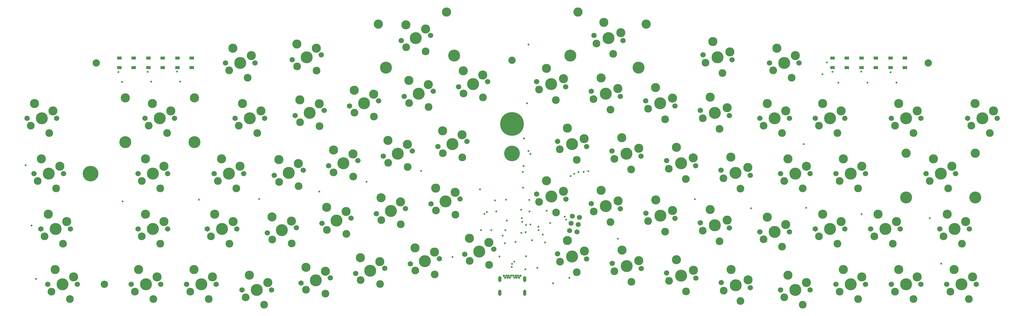
<source format=gbr>
G04 EAGLE Gerber RS-274X export*
G75*
%MOMM*%
%FSLAX34Y34*%
%LPD*%
%INSoldermask Bottom*%
%IPPOS*%
%AMOC8*
5,1,8,0,0,1.08239X$1,22.5*%
G01*
%ADD10C,1.828800*%
%ADD11C,4.127000*%
%ADD12C,3.175000*%
%ADD13C,2.527000*%
%ADD14C,4.114800*%
%ADD15C,5.377000*%
%ADD16C,8.127000*%
%ADD17C,2.667000*%
%ADD18C,3.124200*%
%ADD19C,0.781000*%
%ADD20C,1.127000*%
%ADD21R,1.627000X1.027000*%
%ADD22C,1.752600*%
%ADD23C,0.652000*%


D10*
X1630828Y310635D03*
D11*
X2482146Y762000D03*
D12*
X1320234Y936852D03*
D11*
X1680856Y301814D03*
D12*
X3139628Y450850D03*
D10*
X2588765Y190500D03*
D13*
X115603Y762000D03*
D10*
X2532946Y762000D03*
X2690365Y190500D03*
X799498Y580666D03*
D13*
X1545955Y771464D03*
D10*
X361359Y381000D03*
D14*
X2901503Y298450D03*
D10*
X426447Y0D03*
D12*
X2901503Y450850D03*
D14*
X1112190Y745417D03*
D15*
X96185Y381000D03*
D14*
X1346698Y786767D03*
D10*
X987104Y613746D03*
D12*
X1085726Y895502D03*
D13*
X2977396Y762000D03*
D10*
X259759Y381000D03*
D11*
X2639565Y190500D03*
D10*
X337547Y0D03*
X1087161Y631388D03*
X235947Y0D03*
X899555Y598308D03*
X889925Y790049D03*
D11*
X286747Y0D03*
X1037132Y622567D03*
X477247Y0D03*
D14*
X3139628Y298450D03*
D11*
X667747Y-19402D03*
D10*
X789869Y772407D03*
X718547Y-19402D03*
D13*
X143372Y0D03*
D11*
X849526Y589487D03*
D10*
X616947Y-19402D03*
D11*
X839897Y781228D03*
D10*
X528047Y0D03*
D15*
X1545955Y450217D03*
D10*
X1265138Y856209D03*
D11*
X1215109Y847388D03*
D10*
X1165081Y838567D03*
X1730885Y292993D03*
D11*
X310559Y381000D03*
D10*
X2193446Y598308D03*
X1295831Y87866D03*
X2469703Y381000D03*
X2293503Y580666D03*
X1195774Y70224D03*
D11*
X1058196Y45965D03*
X2243474Y589487D03*
D10*
X1108225Y54786D03*
D11*
X1245802Y79045D03*
D10*
X2431346Y762000D03*
X3170Y381000D03*
D11*
X-47630Y381000D03*
D10*
X-98430Y381000D03*
X2177401Y407699D03*
D11*
X2127372Y416520D03*
D10*
X2077344Y425341D03*
X2952302Y0D03*
D11*
X2901502Y0D03*
D10*
X2850702Y0D03*
X2303131Y772407D03*
D11*
X2253103Y781228D03*
D10*
X2203075Y790049D03*
X385171Y571500D03*
D11*
X334371Y571500D03*
D10*
X283571Y571500D03*
D14*
X1980811Y745417D03*
D12*
X2007275Y895502D03*
X1772767Y936852D03*
D14*
X1746303Y786767D03*
D10*
X3142802Y0D03*
D11*
X3092002Y0D03*
D10*
X694733Y571500D03*
D11*
X643933Y571500D03*
D10*
X593133Y571500D03*
X804308Y194636D03*
D11*
X754280Y185815D03*
D10*
X704251Y176994D03*
X1990242Y53822D03*
D11*
X1940213Y62643D03*
D10*
X1890185Y71464D03*
X2880865Y190500D03*
D11*
X2830065Y190500D03*
D10*
X2779265Y190500D03*
X3214241Y571500D03*
D11*
X3163441Y571500D03*
D10*
X3112641Y571500D03*
X3118990Y190500D03*
D11*
X3068190Y190500D03*
D10*
X3017390Y190500D03*
X2365007Y374619D03*
D11*
X2314978Y383440D03*
D10*
X2264950Y392261D03*
X1203082Y458389D03*
D11*
X1153053Y449568D03*
D10*
X1103025Y440747D03*
X1015476Y425309D03*
D11*
X965447Y416488D03*
D10*
X915419Y407667D03*
X1462373Y697548D03*
D11*
X1412344Y688727D03*
D10*
X1362316Y679906D03*
X827870Y392229D03*
D11*
X777841Y383408D03*
D10*
X727813Y374587D03*
X1730685Y679906D03*
D11*
X1680656Y688727D03*
D10*
X1630628Y697548D03*
X2690366Y571500D03*
D11*
X2639566Y571500D03*
D10*
X2588766Y571500D03*
X361359Y190500D03*
D11*
X310559Y190500D03*
D10*
X259759Y190500D03*
X661653Y762000D03*
D11*
X610853Y762000D03*
D10*
X560053Y762000D03*
X2293703Y193753D03*
D11*
X2243674Y202574D03*
D10*
X2193646Y211395D03*
X1483437Y120946D03*
D11*
X1433408Y112125D03*
D10*
X1383380Y103304D03*
X3071366Y381000D03*
D11*
X3020566Y381000D03*
D10*
X2969766Y381000D03*
X2571302Y-19402D03*
D11*
X2520502Y-19402D03*
D10*
X2469702Y-19402D03*
X599484Y190500D03*
D11*
X548684Y190500D03*
D10*
X497884Y190500D03*
X2177848Y20742D03*
D11*
X2127819Y29563D03*
D10*
X2077791Y38384D03*
X1927920Y838567D03*
D11*
X1877892Y847388D03*
D10*
X1827864Y856209D03*
X1367126Y293876D03*
D11*
X1317097Y285055D03*
D10*
X1267069Y276234D03*
X2106097Y226833D03*
D11*
X2056068Y235654D03*
D10*
X2006040Y244475D03*
X2105897Y613746D03*
D11*
X2055868Y622567D03*
D10*
X2005840Y631388D03*
X1918491Y259913D03*
D11*
X1868462Y268734D03*
D10*
X1818434Y277555D03*
X1274767Y664468D03*
D11*
X1224738Y655647D03*
D10*
X1174710Y646826D03*
X1179520Y260796D03*
D11*
X1129491Y251975D03*
D10*
X1079463Y243154D03*
X2499865Y179895D03*
D11*
X2449065Y179895D03*
D10*
X2398265Y179895D03*
X1918291Y646826D03*
D11*
X1868262Y655647D03*
D10*
X1818234Y664468D03*
X2761802Y0D03*
D11*
X2711002Y0D03*
D10*
X2660202Y0D03*
X1290631Y473827D03*
X991914Y227716D03*
D11*
X941885Y218895D03*
D16*
X1545955Y551464D03*
D10*
X891857Y210074D03*
D11*
X1340659Y482648D03*
X572496Y381000D03*
D10*
X623296Y381000D03*
X521696Y381000D03*
X1390688Y491469D03*
X1008168Y37144D03*
X50796Y0D03*
D11*
X-4Y0D03*
D10*
X-50804Y0D03*
D14*
X453433Y488950D03*
D12*
X453433Y641350D03*
X215308Y641350D03*
D14*
X215308Y488950D03*
D10*
X2952304Y571500D03*
D11*
X2901504Y571500D03*
D10*
X2850704Y571500D03*
X920619Y21706D03*
D11*
X870590Y12885D03*
D10*
X820562Y4064D03*
X2365454Y-12338D03*
D11*
X2315425Y-3517D03*
D10*
X2265397Y5304D03*
X1802636Y86902D03*
D11*
X1752607Y95723D03*
D10*
X1702579Y104544D03*
X2499866Y571500D03*
D11*
X2449066Y571500D03*
D10*
X2398266Y571500D03*
X-20643Y571500D03*
D11*
X-71443Y571500D03*
D10*
X-122243Y571500D03*
X1802189Y473859D03*
D11*
X1752160Y482680D03*
D10*
X1702132Y491501D03*
X2761803Y381000D03*
D11*
X2711003Y381000D03*
D10*
X2660203Y381000D03*
X26983Y190500D03*
D11*
X-23817Y190500D03*
D10*
X-74617Y190500D03*
X1989795Y440779D03*
D11*
X1939766Y449600D03*
D10*
X1889738Y458421D03*
X2571303Y381000D03*
D11*
X2520503Y381000D03*
D10*
X3041202Y0D03*
D17*
X-85690Y355520D03*
X-22190Y330120D03*
D18*
X-72990Y431720D03*
X-9490Y406320D03*
D17*
X272440Y355600D03*
X335940Y330200D03*
D18*
X285140Y431800D03*
X348640Y406400D03*
D17*
X534420Y355570D03*
X597920Y330170D03*
D18*
X547120Y431770D03*
X610620Y406370D03*
D17*
X744710Y351780D03*
X811655Y337792D03*
D18*
X743985Y429028D03*
X810931Y415040D03*
D17*
X1004050Y590900D03*
X1070995Y576912D03*
D18*
X1003325Y668148D03*
X1070271Y654160D03*
D17*
X1191650Y624020D03*
X1258595Y610032D03*
D18*
X1190925Y701268D03*
X1257871Y687280D03*
D17*
X1307550Y450970D03*
X1374495Y436982D03*
D18*
X1306825Y528218D03*
X1373771Y514230D03*
D17*
X1710188Y464252D03*
X1768313Y428211D03*
D18*
X1735927Y537089D03*
X1794052Y501048D03*
D17*
X1897838Y431212D03*
X1955963Y395171D03*
D18*
X1923577Y504049D03*
X1981702Y468008D03*
D17*
X2085448Y398082D03*
X2143573Y362041D03*
D18*
X2111187Y470919D03*
X2169312Y434878D03*
D17*
X2273078Y365012D03*
X2331203Y328971D03*
D18*
X2298817Y437849D03*
X2356942Y401808D03*
D17*
X2482420Y355600D03*
X2545920Y330200D03*
D18*
X2495120Y431800D03*
X2558620Y406400D03*
D17*
X2672940Y355630D03*
X2736440Y330230D03*
D18*
X2685640Y431830D03*
X2749140Y406430D03*
D17*
X2982440Y355570D03*
X3045940Y330170D03*
D18*
X2995140Y431770D03*
X3058640Y406370D03*
D17*
X3030090Y165070D03*
X3093590Y139670D03*
D18*
X3042790Y241270D03*
X3106290Y215870D03*
D17*
X-109520Y546070D03*
X-46020Y520670D03*
D18*
X-96820Y622270D03*
X-33320Y596870D03*
D17*
X296320Y546070D03*
X359820Y520670D03*
D18*
X309020Y622270D03*
X372520Y596870D03*
D17*
X605840Y546050D03*
X669340Y520650D03*
D18*
X618540Y622250D03*
X682040Y596850D03*
D17*
X816440Y557800D03*
X883385Y543812D03*
D18*
X815715Y635048D03*
X882661Y621060D03*
D17*
X2211178Y762802D03*
X2269303Y726761D03*
D18*
X2236917Y835639D03*
X2295042Y799598D03*
D17*
X2444040Y736600D03*
X2507540Y711200D03*
D18*
X2456740Y812800D03*
X2520240Y787400D03*
D17*
X1379230Y657070D03*
X1446175Y643082D03*
D18*
X1378505Y734318D03*
X1445451Y720330D03*
D17*
X1638758Y670352D03*
X1696883Y634311D03*
D18*
X1664497Y743189D03*
X1722622Y707148D03*
D17*
X1826418Y637252D03*
X1884543Y601211D03*
D18*
X1852157Y710089D03*
X1910282Y674048D03*
D17*
X2013948Y604132D03*
X2072073Y568091D03*
D18*
X2039687Y676969D03*
X2097812Y640928D03*
D17*
X2201578Y571082D03*
X2259703Y535041D03*
D18*
X2227317Y643919D03*
X2285442Y607878D03*
D17*
X2410970Y546100D03*
X2474470Y520700D03*
D18*
X2423670Y622300D03*
X2487170Y596900D03*
D17*
X2601490Y546050D03*
X2664990Y520650D03*
D18*
X2614190Y622250D03*
X2677690Y596850D03*
D17*
X2863420Y546100D03*
X2926920Y520700D03*
D18*
X2876120Y622300D03*
X2939620Y596900D03*
D17*
X3125340Y546070D03*
X3188840Y520670D03*
D18*
X3138040Y622270D03*
X3201540Y596870D03*
D17*
X572800Y736570D03*
X636300Y711170D03*
D18*
X585500Y812770D03*
X649000Y787370D03*
D17*
X806840Y749600D03*
X873785Y735612D03*
D18*
X806115Y826848D03*
X873061Y812860D03*
D17*
X1182000Y815740D03*
X1248945Y801752D03*
D18*
X1181275Y892988D03*
X1248221Y879000D03*
D17*
X1835988Y828972D03*
X1894113Y792931D03*
D18*
X1861727Y901809D03*
X1919852Y865768D03*
D17*
X932340Y384880D03*
X999285Y370892D03*
D18*
X931615Y462128D03*
X998561Y448140D03*
D17*
X1119970Y417920D03*
X1186915Y403932D03*
D18*
X1119245Y495168D03*
X1186191Y481180D03*
D17*
X1284080Y253430D03*
X1351025Y239442D03*
D18*
X1283355Y330678D03*
X1350301Y316690D03*
D17*
X1638888Y283382D03*
X1697013Y247341D03*
D18*
X1664627Y356219D03*
X1722752Y320178D03*
D17*
X1826538Y250312D03*
X1884663Y214271D03*
D18*
X1852277Y323149D03*
X1910402Y287108D03*
D17*
X2014168Y217292D03*
X2072293Y181251D03*
D18*
X2039907Y290129D03*
X2098032Y254088D03*
D17*
X2201728Y184222D03*
X2259853Y148181D03*
D18*
X2227467Y257059D03*
X2285592Y221018D03*
D17*
X2410970Y154460D03*
X2474470Y129060D03*
D18*
X2423670Y230660D03*
X2487170Y205260D03*
D17*
X2601490Y165050D03*
X2664990Y139650D03*
D18*
X2614190Y241250D03*
X2677690Y215850D03*
D17*
X2791970Y165070D03*
X2855470Y139670D03*
D18*
X2804670Y241270D03*
X2868170Y215870D03*
D17*
X-61870Y165130D03*
X1630Y139730D03*
D18*
X-49170Y241330D03*
X14330Y215930D03*
D17*
X272490Y165100D03*
X335990Y139700D03*
D18*
X285190Y241300D03*
X348690Y215900D03*
D17*
X510590Y165070D03*
X574090Y139670D03*
D18*
X523290Y241270D03*
X586790Y215870D03*
D17*
X721170Y154200D03*
X788115Y140212D03*
D18*
X720445Y231448D03*
X787391Y217460D03*
D17*
X908750Y187240D03*
X975695Y173252D03*
D18*
X908025Y264488D03*
X974971Y250500D03*
D17*
X1096400Y220340D03*
X1163345Y206352D03*
D18*
X1095675Y297588D03*
X1162621Y283600D03*
D17*
X1212680Y47390D03*
X1279625Y33402D03*
D18*
X1211955Y124638D03*
X1278901Y110650D03*
D17*
X1400310Y80460D03*
X1467255Y66472D03*
D18*
X1399585Y157708D03*
X1466531Y143720D03*
D17*
X1710698Y77312D03*
X1768823Y41271D03*
D18*
X1736437Y150149D03*
X1794562Y114108D03*
D17*
X1898298Y44212D03*
X1956423Y8171D03*
D18*
X1924037Y117049D03*
X1982162Y81008D03*
D17*
X2085878Y11172D03*
X2144003Y-24869D03*
D18*
X2111617Y84009D03*
X2169742Y47968D03*
D17*
X2273558Y-21928D03*
X2331683Y-57969D03*
D18*
X2299297Y50909D03*
X2357422Y14868D03*
D17*
X2482420Y-44780D03*
X2545920Y-70180D03*
D18*
X2495120Y31420D03*
X2558620Y6020D03*
D17*
X2672940Y-25370D03*
X2736440Y-50770D03*
D18*
X2685640Y50830D03*
X2749140Y25430D03*
D17*
X2863420Y-25430D03*
X2926920Y-50830D03*
D18*
X2876120Y50770D03*
X2939620Y25370D03*
D17*
X-38070Y-25430D03*
X25430Y-50830D03*
D18*
X-25370Y50770D03*
X38130Y25370D03*
D17*
X248670Y-25430D03*
X312170Y-50830D03*
D18*
X261370Y50770D03*
X324870Y25370D03*
D17*
X439220Y-25400D03*
X502720Y-50800D03*
D18*
X451920Y50800D03*
X515420Y25400D03*
D17*
X629640Y-44830D03*
X693140Y-70230D03*
D18*
X642340Y31370D03*
X705840Y5970D03*
D17*
X837500Y-18780D03*
X904445Y-32768D03*
D18*
X836775Y58468D03*
X903721Y44480D03*
D17*
X1025100Y14340D03*
X1092045Y352D03*
D18*
X1024375Y91588D03*
X1091321Y77600D03*
D17*
X3053944Y-25476D03*
X3117444Y-50876D03*
D18*
X3066644Y50724D03*
X3130144Y25324D03*
D19*
X1574200Y29490D03*
X1570200Y22490D03*
X1562200Y22490D03*
X1566200Y29490D03*
X1558200Y29490D03*
X1554200Y22490D03*
X1550200Y29490D03*
X1542200Y29490D03*
X1538200Y22490D03*
X1534200Y29490D03*
X1530200Y22490D03*
X1522200Y22490D03*
X1526200Y29490D03*
X1518200Y29490D03*
D20*
X1503500Y22990D02*
X1503500Y12990D01*
X1588900Y12990D02*
X1588900Y22990D01*
X1588900Y-24310D02*
X1588900Y-34310D01*
X1503500Y-34310D02*
X1503500Y-24310D01*
D21*
X2648000Y745500D03*
X2648000Y778500D03*
X2697000Y745500D03*
X2697000Y778500D03*
X2748000Y745500D03*
X2748000Y778500D03*
X2797000Y745500D03*
X2797000Y778500D03*
X2848000Y745500D03*
X2848000Y778500D03*
X2897000Y745500D03*
X2897000Y778500D03*
X395500Y745500D03*
X395500Y778500D03*
X444500Y745500D03*
X444500Y778500D03*
X295500Y745500D03*
X295500Y778500D03*
X344500Y745500D03*
X344500Y778500D03*
X195500Y745500D03*
X195500Y778500D03*
X244500Y745500D03*
X244500Y778500D03*
D22*
X1773617Y205265D03*
X1748603Y209675D03*
X1744192Y184661D03*
X1769206Y180251D03*
X1778028Y230279D03*
X1753014Y234689D03*
D23*
X1687271Y2718D03*
X1632915Y56744D03*
X1614449Y151499D03*
X2747594Y731929D03*
X2647772Y731243D03*
X2847873Y729491D03*
X192024Y730098D03*
X292786Y731495D03*
X393090Y731799D03*
X1636395Y198095D03*
X1677035Y210210D03*
X1591890Y51054D03*
X1521612Y140818D03*
X1545285Y59080D03*
X1553032Y77445D03*
X1545692Y70030D03*
X1593825Y96545D03*
X1502283Y95123D03*
X1651787Y170713D03*
X1487424Y288188D03*
X1583817Y332613D03*
X1608912Y205715D03*
X1557884Y144983D03*
X1492021Y250190D03*
X1525880Y290601D03*
X2668829Y694334D03*
X2768244Y693776D03*
X2868397Y693598D03*
X204267Y696849D03*
X304571Y697459D03*
X404393Y697687D03*
X1439316Y186233D03*
X1523111Y185674D03*
X1664995Y252908D03*
X1909750Y156235D03*
X1605305Y290220D03*
X1474292Y185674D03*
X1636827Y186055D03*
X1727079Y232912D03*
X1602171Y824900D03*
X1609423Y448640D03*
X1597386Y622529D03*
X1602568Y458748D03*
X1585595Y406984D03*
X1435938Y326387D03*
X1742796Y21361D03*
X1341145Y94031D03*
X-106477Y202463D03*
X-127203Y409346D03*
X-91237Y18237D03*
X1577594Y177038D03*
X1451094Y241950D03*
X206375Y284709D03*
X1592047Y179603D03*
X1459078Y249022D03*
X1732331Y222174D03*
X468503Y291338D03*
X675996Y293116D03*
X882523Y318973D03*
X1045642Y353060D03*
X1233018Y390423D03*
X1582649Y386651D03*
X1527708Y219354D03*
X1659153Y143993D03*
X2174820Y292282D03*
X1747266Y372135D03*
X1577518Y256362D03*
X2368169Y261391D03*
X1759915Y380213D03*
X1605661Y250520D03*
X2557653Y263119D03*
X1774622Y386029D03*
X1579369Y227358D03*
X2747696Y241376D03*
X1792104Y386252D03*
X1581658Y214401D03*
X2982747Y227406D03*
X1808277Y389001D03*
X1593825Y203479D03*
X3022261Y70866D03*
X1513662Y167183D03*
X1587144Y501879D03*
X2549347Y482346D03*
X2613431Y722528D03*
X2628748Y763219D03*
M02*

</source>
